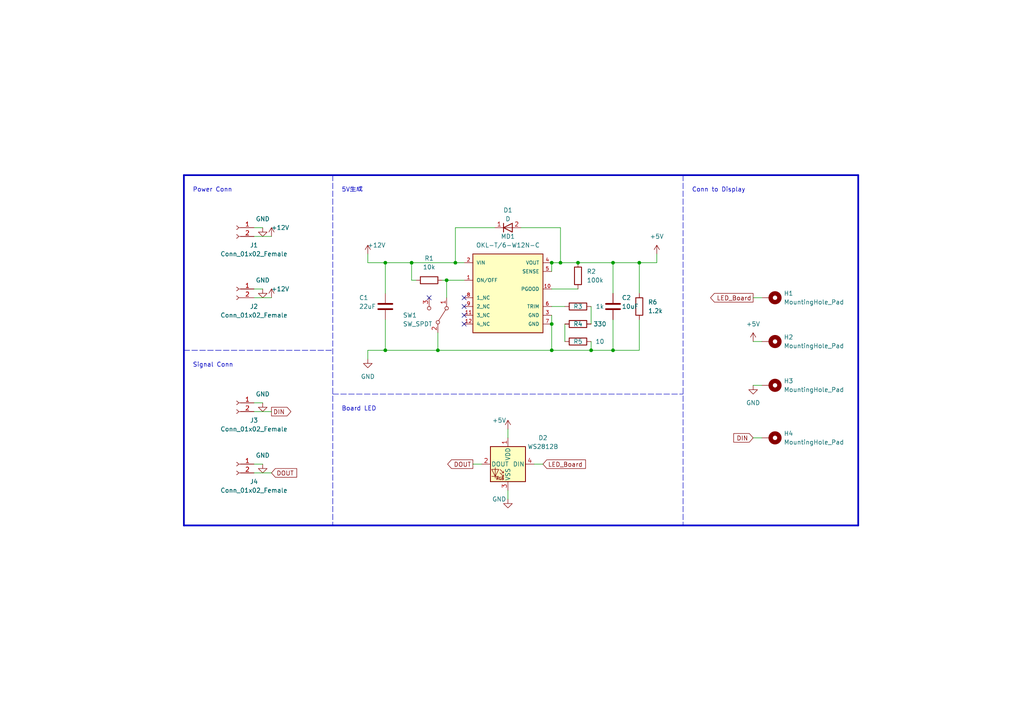
<source format=kicad_sch>
(kicad_sch (version 20211123) (generator eeschema)
  (paper "A4")
  (lib_symbols
    (symbol "Connector:Conn_01x02_Female" (pin_names (offset 1.016) hide)
      (property "Reference" "J" (at 0 2.54 0))
      (property "Value" "Conn_01x02_Female" (at 0 -5.08 0))
      (symbol "Conn_01x02_Female_1_1"
        (arc (start 0 -2.032) (mid -0.508 -2.54) (end 0 -3.048) (stroke (width 0.1524)))
        (polyline (pts (xy -1.27 -2.54) (xy -0.508 -2.54)) (stroke (width 0.1524)))
        (polyline (pts (xy -1.27 0) (xy -0.508 0)) (stroke (width 0.1524)))
        (arc (start 0 0.508) (mid -0.508 0) (end 0 -0.508) (stroke (width 0.1524)))
        (pin passive line (at -5.08 0 0) (length 3.81) (name "Pin_1") (number "1"))
        (pin passive line (at -5.08 -2.54 0) (length 3.81) (name "Pin_2") (number "2"))
      )
    )
    (symbol "DCDC_Regulator:OKL-T{slash}6-W12N-C" (pin_names (offset 1.016))
      (property "Reference" "MD" (at 2.54 -2.54 0))
      (property "Value" "OKL-T{slash}6-W12N-C" (at 0 0 0))
      (symbol "OKL-T{slash}6-W12N-C_0_0"
        (rectangle (start 2.54 -5.08) (end 22.86 -27.94) (stroke (width 0.254)) (fill (type background)))
        (pin bidirectional line (at 0 -12.7 0) (length 2.54) (name "ON/OFF") (number "1"))
        (pin open_collector line (at 25.4 -15.24 180) (length 2.54) (name "PGOOD") (number "10"))
        (pin passive line (at 0 -22.86 0) (length 2.54) (name "3_NC") (number "11"))
        (pin passive line (at 0 -25.4 0) (length 2.54) (name "4_NC") (number "12"))
        (pin bidirectional line (at 0 -7.62 0) (length 2.54) (name "VIN") (number "2"))
        (pin power_in line (at 25.4 -22.86 180) (length 2.54) (name "GND") (number "3"))
        (pin bidirectional line (at 25.4 -7.62 180) (length 2.54) (name "VOUT") (number "4"))
        (pin passive line (at 25.4 -10.16 180) (length 2.54) (name "SENSE") (number "5"))
        (pin passive line (at 25.4 -20.32 180) (length 2.54) (name "TRIM") (number "6"))
        (pin power_in line (at 25.4 -25.4 180) (length 2.54) (name "GND") (number "7"))
        (pin passive line (at 0 -17.78 0) (length 2.54) (name "1_NC") (number "8"))
        (pin passive line (at 0 -20.32 0) (length 2.54) (name "2_NC") (number "9"))
      )
    )
    (symbol "D_3" (pin_names (offset 1.016) hide)
      (property "Reference" "D" (at 0 2.54 0))
      (property "Value" "D_3" (at 0 -2.54 0))
      (symbol "D_3_0_1"
        (polyline (pts (xy -1.27 1.27) (xy -1.27 -1.27)) (stroke (width 0.254)))
        (polyline (pts (xy 1.27 0) (xy -1.27 0)))
        (polyline (pts (xy 1.27 1.27) (xy 1.27 -1.27) (xy -1.27 0) (xy 1.27 1.27)) (stroke (width 0.254)))
      )
      (symbol "D_3_1_1"
        (pin passive line (at -3.81 0 0) (length 2.54) (name "K") (number "1"))
        (pin passive line (at 3.81 0 180) (length 2.54) (name "A") (number "2"))
      )
    )
    (symbol "Device:C" (pin_numbers hide) (pin_names (offset 0.254))
      (property "Reference" "C" (at 0.635 2.54 0))
      (property "Value" "C" (at 0.635 -2.54 0))
      (symbol "C_0_1"
        (polyline (pts (xy -2.032 -0.762) (xy 2.032 -0.762)) (stroke (width 0.508)))
        (polyline (pts (xy -2.032 0.762) (xy 2.032 0.762)) (stroke (width 0.508)))
      )
      (symbol "C_1_1"
        (pin passive line (at 0 3.81 270) (length 2.794) (name "~") (number "1"))
        (pin passive line (at 0 -3.81 90) (length 2.794) (name "~") (number "2"))
      )
    )
    (symbol "Device:R" (pin_numbers hide) (pin_names (offset 0))
      (property "Reference" "R" (at 2.032 0 90))
      (property "Value" "R" (at 0 0 90))
      (symbol "R_0_1"
        (rectangle (start -1.016 -2.54) (end 1.016 2.54) (stroke (width 0.254)))
      )
      (symbol "R_1_1"
        (pin passive line (at 0 3.81 270) (length 1.27) (name "~") (number "1"))
        (pin passive line (at 0 -3.81 90) (length 1.27) (name "~") (number "2"))
      )
    )
    (symbol "LED:WS2812B" (pin_names (offset 0.254))
      (property "Reference" "D" (at 5.08 5.715 0))
      (property "Value" "WS2812B" (at 1.27 -5.715 0))
      (symbol "WS2812B_0_0"
        (text "RGB" (at 2.286 -4.191 0) (effects (font (size 0.762 0.762))))
      )
      (symbol "WS2812B_0_1"
        (polyline (pts (xy 1.27 -3.556) (xy 1.778 -3.556)))
        (polyline (pts (xy 1.27 -2.54) (xy 1.778 -2.54)))
        (polyline (pts (xy 4.699 -3.556) (xy 2.667 -3.556)))
        (polyline (pts (xy 2.286 -2.54) (xy 1.27 -3.556) (xy 1.27 -3.048)))
        (polyline (pts (xy 2.286 -1.524) (xy 1.27 -2.54) (xy 1.27 -2.032)))
        (polyline (pts (xy 3.683 -1.016) (xy 3.683 -3.556) (xy 3.683 -4.064)))
        (polyline (pts (xy 4.699 -1.524) (xy 2.667 -1.524) (xy 3.683 -3.556) (xy 4.699 -1.524)))
        (rectangle (start 5.08 5.08) (end -5.08 -5.08) (stroke (width 0.254)) (fill (type background)))
      )
      (symbol "WS2812B_1_1"
        (pin power_in line (at 0 7.62 270) (length 2.54) (name "VDD") (number "1"))
        (pin output line (at 7.62 0 180) (length 2.54) (name "DOUT") (number "2"))
        (pin power_in line (at 0 -7.62 90) (length 2.54) (name "VSS") (number "3"))
        (pin input line (at -7.62 0 0) (length 2.54) (name "DIN") (number "4"))
      )
    )
    (symbol "Mechanical:MountingHole_Pad" (pin_numbers hide) (pin_names (offset 1.016) hide)
      (property "Reference" "H" (at 0 6.35 0))
      (property "Value" "MountingHole_Pad" (at 0 4.445 0))
      (symbol "MountingHole_Pad_0_1"
        (circle (center 0 1.27) (radius 1.27) (stroke (width 1.27)))
      )
      (symbol "MountingHole_Pad_1_1"
        (pin input line (at 0 -2.54 90) (length 2.54) (name "1") (number "1"))
      )
    )
    (symbol "Switch:SW_SPDT" (pin_names (offset 0) hide)
      (property "Reference" "SW" (at 0 4.318 0))
      (property "Value" "SW_SPDT" (at 0 -5.08 0))
      (symbol "SW_SPDT_0_0"
        (circle (center -2.032 0) (radius 0.508))
        (circle (center 2.032 -2.54) (radius 0.508))
      )
      (symbol "SW_SPDT_0_1"
        (polyline (pts (xy -1.524 0.254) (xy 1.651 2.286)))
        (circle (center 2.032 2.54) (radius 0.508))
      )
      (symbol "SW_SPDT_1_1"
        (pin passive line (at 5.08 2.54 180) (length 2.54) (name "A") (number "1"))
        (pin passive line (at -5.08 0 0) (length 2.54) (name "B") (number "2"))
        (pin passive line (at 5.08 -2.54 180) (length 2.54) (name "C") (number "3"))
      )
    )
    (symbol "power:+12V" (power) (pin_names (offset 0))
      (property "Value" "+12V" (at 0 3.556 0))
      (symbol "+12V_0_1"
        (polyline (pts (xy -0.762 1.27) (xy 0 2.54)))
        (polyline (pts (xy 0 0) (xy 0 2.54)))
        (polyline (pts (xy 0 2.54) (xy 0.762 1.27)))
      )
      (symbol "+12V_1_1"
        (pin power_in line (at 0 0 90) (length 0) hide (name "+12V") (number "1"))
      )
    )
    (symbol "power:+5V" (power) (pin_names (offset 0))
      (property "Value" "+5V" (at 0 3.556 0))
      (symbol "+5V_0_1"
        (polyline (pts (xy -0.762 1.27) (xy 0 2.54)))
        (polyline (pts (xy 0 0) (xy 0 2.54)))
        (polyline (pts (xy 0 2.54) (xy 0.762 1.27)))
      )
      (symbol "+5V_1_1"
        (pin power_in line (at 0 0 90) (length 0) hide (name "+5V") (number "1"))
      )
    )
    (symbol "power:GND" (power) (pin_names (offset 0))
      (property "Value" "GND" (at 0 -3.81 0))
      (symbol "GND_0_1"
        (polyline (pts (xy 0 0) (xy 0 -1.27) (xy 1.27 -1.27) (xy 0 -2.54) (xy -1.27 -1.27) (xy 0 -1.27)))
      )
      (symbol "GND_1_1"
        (pin power_in line (at 0 0 270) (length 0) hide (name "GND") (number "1"))
      )
    )
  )
  (junction (at 127 101.6))
  (junction (at 185.42 76.2))
  (junction (at 132.08 76.2))
  (junction (at 160.02 101.6))
  (junction (at 160.02 93.98))
  (junction (at 111.76 76.2))
  (junction (at 119.38 76.2))
  (junction (at 160.02 76.2))
  (junction (at 111.76 101.6))
  (junction (at 177.8 76.2))
  (junction (at 129.54 81.28))
  (junction (at 167.64 76.2))
  (junction (at 177.8 101.6))
  (junction (at 171.45 101.6))
  (junction (at 162.56 76.2))
  (no_connect (at 134.62 88.9))
  (no_connect (at 134.62 86.36))
  (no_connect (at 124.46 86.36))
  (no_connect (at 134.62 93.98))
  (no_connect (at 134.62 91.44))
  (wire (pts (xy 111.76 76.2) (xy 111.76 85.09)))
  (wire (pts (xy 177.8 85.09) (xy 177.8 76.2)))
  (wire (pts (xy 160.02 101.6) (xy 171.45 101.6)))
  (wire (pts (xy 106.68 101.6) (xy 111.76 101.6)))
  (wire (pts (xy 160.02 76.2) (xy 162.56 76.2)))
  (wire (pts (xy 111.76 92.71) (xy 111.76 101.6)))
  (wire (pts (xy 160.02 83.82) (xy 167.64 83.82)))
  (wire (pts (xy 129.54 81.28) (xy 134.62 81.28)))
  (wire (pts (xy 162.56 66.04) (xy 151.13 66.04)))
  (wire (pts (xy 119.38 76.2) (xy 132.08 76.2)))
  (wire (pts (xy 154.94 134.62) (xy 157.48 134.62)))
  (wire (pts (xy 162.56 66.04) (xy 162.56 76.2)))
  (polyline (pts (xy 96.52 50.8) (xy 96.52 152.4)))
  (polyline (pts (xy 96.52 114.3) (xy 198.12 114.3)))
  (wire (pts (xy 185.42 76.2) (xy 185.42 85.09)))
  (wire (pts (xy 73.66 83.82) (xy 76.2 83.82)))
  (wire (pts (xy 132.08 66.04) (xy 132.08 76.2)))
  (wire (pts (xy 218.44 127) (xy 220.98 127)))
  (wire (pts (xy 128.27 81.28) (xy 129.54 81.28)))
  (wire (pts (xy 218.44 86.36) (xy 220.98 86.36)))
  (wire (pts (xy 120.65 81.28) (xy 119.38 81.28)))
  (wire (pts (xy 106.68 73.66) (xy 106.68 76.2)))
  (wire (pts (xy 171.45 88.9) (xy 171.45 93.98)))
  (wire (pts (xy 190.5 73.66) (xy 190.5 76.2)))
  (wire (pts (xy 147.32 142.24) (xy 147.32 144.78)))
  (polyline (pts (xy 53.34 152.4) (xy 248.92 152.4)) (stroke (width 0.5) (type solid)))
  (wire (pts (xy 218.44 111.76) (xy 220.98 111.76)))
  (wire (pts (xy 73.66 66.04) (xy 76.2 66.04)))
  (wire (pts (xy 132.08 76.2) (xy 134.62 76.2)))
  (polyline (pts (xy 53.34 50.8) (xy 53.34 152.4)) (stroke (width 0.5) (type solid)))
  (polyline (pts (xy 53.34 101.6) (xy 96.52 101.6)))
  (wire (pts (xy 106.68 101.6) (xy 106.68 104.14)))
  (wire (pts (xy 185.42 92.71) (xy 185.42 101.6)))
  (wire (pts (xy 73.66 137.16) (xy 78.74 137.16)))
  (wire (pts (xy 106.68 76.2) (xy 111.76 76.2)))
  (wire (pts (xy 111.76 101.6) (xy 127 101.6)))
  (wire (pts (xy 177.8 101.6) (xy 185.42 101.6)))
  (wire (pts (xy 147.32 124.46) (xy 147.32 127)))
  (wire (pts (xy 218.44 99.06) (xy 220.98 99.06)))
  (wire (pts (xy 177.8 92.71) (xy 177.8 101.6)))
  (wire (pts (xy 160.02 93.98) (xy 160.02 101.6)))
  (wire (pts (xy 185.42 76.2) (xy 190.5 76.2)))
  (polyline (pts (xy 198.12 50.8) (xy 198.12 152.4)))
  (wire (pts (xy 111.76 76.2) (xy 119.38 76.2)))
  (wire (pts (xy 127 101.6) (xy 160.02 101.6)))
  (polyline (pts (xy 248.92 152.4) (xy 248.92 50.8)) (stroke (width 0.5) (type solid)))
  (wire (pts (xy 73.66 116.84) (xy 76.2 116.84)))
  (wire (pts (xy 160.02 91.44) (xy 160.02 93.98)))
  (wire (pts (xy 160.02 76.2) (xy 160.02 78.74)))
  (wire (pts (xy 73.66 119.38) (xy 78.74 119.38)))
  (wire (pts (xy 119.38 81.28) (xy 119.38 76.2)))
  (wire (pts (xy 163.83 93.98) (xy 163.83 99.06)))
  (wire (pts (xy 167.64 76.2) (xy 177.8 76.2)))
  (wire (pts (xy 73.66 68.58) (xy 78.74 68.58)))
  (wire (pts (xy 73.66 134.62) (xy 76.2 134.62)))
  (wire (pts (xy 171.45 101.6) (xy 177.8 101.6)))
  (wire (pts (xy 129.54 81.28) (xy 129.54 86.36)))
  (polyline (pts (xy 53.34 50.8) (xy 248.92 50.8)) (stroke (width 0.5) (type solid)))
  (wire (pts (xy 177.8 76.2) (xy 185.42 76.2)))
  (wire (pts (xy 171.45 99.06) (xy 171.45 101.6)))
  (wire (pts (xy 73.66 86.36) (xy 78.74 86.36)))
  (wire (pts (xy 137.16 134.62) (xy 139.7 134.62)))
  (wire (pts (xy 127 96.52) (xy 127 101.6)))
  (wire (pts (xy 160.02 88.9) (xy 163.83 88.9)))
  (wire (pts (xy 143.51 66.04) (xy 132.08 66.04)))
  (wire (pts (xy 162.56 76.2) (xy 167.64 76.2)))
  (text "5V生成" (at 99.06 55.88 0) (effects (font (size 1.27 1.27)) (justify left bottom)))
  (text "Power Conn" (at 55.88 55.88 0) (effects (font (size 1.27 1.27)) (justify left bottom)))
  (text "Conn to Display" (at 200.66 55.88 0) (effects (font (size 1.27 1.27)) (justify left bottom)))
  (text "Board LED" (at 99.06 119.38 0) (effects (font (size 1.27 1.27)) (justify left bottom)))
  (text "Signal Conn" (at 55.88 106.68 0) (effects (font (size 1.27 1.27)) (justify left bottom)))
  (global_label "LED_Board" (shape output) (at 218.44 86.36 180) (property "Intersheet References" "${INTERSHEET_REFS}" (effects hide)))
  (global_label "DOUT" (shape input) (at 78.74 137.16 0) (property "Intersheet References" "${INTERSHEET_REFS}" (effects hide)))
  (global_label "DIN" (shape output) (at 78.74 119.38 0) (property "Intersheet References" "${INTERSHEET_REFS}" (effects hide)))
  (global_label "DIN" (shape input) (at 218.44 127 180) (property "Intersheet References" "${INTERSHEET_REFS}" (effects hide)))
  (global_label "LED_Board" (shape input) (at 157.48 134.62 0) (property "Intersheet References" "${INTERSHEET_REFS}" (effects hide)))
  (global_label "DOUT" (shape output) (at 137.16 134.62 180) (property "Intersheet References" "${INTERSHEET_REFS}" (effects hide)))
  (symbol (lib_id "Switch:SW_SPDT") (at 127 91.44 270) (mirror x) (unit 1)
    (property "Reference" "SW1" (at 116.84 91.44 90) (effects (justify left)))
    (property "Value" "SW_SPDT" (at 116.84 93.98 90) (effects (justify left)))
    (property "Footprint" "Tsuji-Switch:3P_SPDT_SlideSwitch" (effects hide))
  )
  (symbol (lib_id "power:GND") (at 76.2 66.04 0) (unit 1)
    (property "Reference" "#PWR01" (effects hide))
    (property "Value" "GND" (at 76.2 63.5 0))
  )
  (symbol (lib_id "Connector:Conn_01x02_Female") (at 68.58 83.82 0) (mirror y) (unit 1)
    (property "Reference" "J2" (at 73.66 88.9 0))
    (property "Value" "Conn_01x02_Female" (at 73.66 91.44 0))
    (property "Footprint" "Connector_AMASS:AMASS_XT30PW-M_1x02_P2.50mm_Horizontal" (effects hide))
  )
  (symbol (lib_id "Connector:Conn_01x02_Female") (at 68.58 134.62 0) (mirror y) (unit 1)
    (property "Reference" "J4" (at 73.66 139.7 0))
    (property "Value" "Conn_01x02_Female" (at 73.66 142.24 0))
    (property "Footprint" "Connector_Molex:Molex_SPOX_5268-02A_1x02_P2.50mm_Horizontal" (effects hide))
  )
  (symbol (lib_id "Device:C") (at 177.8 88.9 0) (unit 1)
    (property "Reference" "C2" (at 180.34 86.36 0) (effects (justify left)))
    (property "Value" "10uF" (at 180.34 88.9 0) (effects (justify left)))
    (property "Footprint" "Capacitor_SMD:C_0805_2012Metric_Pad1.18x1.45mm_HandSolder" (effects hide))
  )
  (symbol (lib_id "Mechanical:MountingHole_Pad") (at 223.52 111.76 270) (unit 1)
    (property "Reference" "H3" (at 227.33 110.4899 90) (effects (justify left)))
    (property "Value" "MountingHole_Pad" (at 227.33 113.0299 90) (effects (justify left)))
    (property "Footprint" "TestPoint:TestPoint_THTPad_D3.0mm_Drill1.5mm" (effects hide))
  )
  (symbol (lib_name "D_3") (lib_id "Device:D") (at 147.32 66.04 0) (unit 1)
    (property "Reference" "D1" (at 147.32 60.96 0))
    (property "Value" "D" (at 147.32 63.5 0))
    (property "Footprint" "Diode_SMD:D_SOD-123" (effects hide))
  )
  (symbol (lib_id "power:GND") (at 147.32 144.78 0) (unit 1)
    (property "Reference" "#PWR010" (effects hide))
    (property "Value" "GND" (at 144.78 144.78 0))
  )
  (symbol (lib_id "power:+12V") (at 106.68 73.66 0) (unit 1)
    (property "Reference" "#PWR07" (effects hide))
    (property "Value" "+12V" (at 109.22 71.12 0))
  )
  (symbol (lib_id "power:+5V") (at 147.32 124.46 0) (unit 1)
    (property "Reference" "#PWR09" (effects hide))
    (property "Value" "+5V" (at 144.78 121.92 0))
  )
  (symbol (lib_id "Device:R") (at 167.64 80.01 180) (unit 1)
    (property "Reference" "R2" (at 170.18 78.7399 0) (effects (justify right)))
    (property "Value" "100k" (at 170.18 81.2799 0) (effects (justify right)))
    (property "Footprint" "Resistor_SMD:R_0603_1608Metric_Pad0.98x0.95mm_HandSolder" (effects hide))
  )
  (symbol (lib_id "Mechanical:MountingHole_Pad") (at 223.52 127 270) (unit 1)
    (property "Reference" "H4" (at 227.33 125.7299 90) (effects (justify left)))
    (property "Value" "MountingHole_Pad" (at 227.33 128.2699 90) (effects (justify left)))
    (property "Footprint" "TestPoint:TestPoint_THTPad_D3.0mm_Drill1.5mm" (effects hide))
  )
  (symbol (lib_id "power:GND") (at 106.68 104.14 0) (unit 1)
    (property "Reference" "#PWR08" (effects hide))
    (property "Value" "GND" (at 106.68 109.22 0))
  )
  (symbol (lib_id "power:GND") (at 76.2 134.62 0) (unit 1)
    (property "Reference" "#PWR04" (effects hide))
    (property "Value" "GND" (at 76.2 132.08 0))
  )
  (symbol (lib_id "power:+5V") (at 190.5 73.66 0) (unit 1)
    (property "Reference" "#PWR011" (effects hide))
    (property "Value" "+5V" (at 190.5 68.58 0))
  )
  (symbol (lib_id "Connector:Conn_01x02_Female") (at 68.58 116.84 0) (mirror y) (unit 1)
    (property "Reference" "J3" (at 73.66 121.92 0))
    (property "Value" "Conn_01x02_Female" (at 73.66 124.46 0))
    (property "Footprint" "Connector_Molex:Molex_SPOX_5268-02A_1x02_P2.50mm_Horizontal" (effects hide))
  )
  (symbol (lib_id "Mechanical:MountingHole_Pad") (at 223.52 99.06 270) (unit 1)
    (property "Reference" "H2" (at 227.33 97.7899 90) (effects (justify left)))
    (property "Value" "MountingHole_Pad" (at 227.33 100.3299 90) (effects (justify left)))
    (property "Footprint" "TestPoint:TestPoint_THTPad_D3.0mm_Drill1.5mm" (effects hide))
  )
  (symbol (lib_id "Device:R") (at 167.64 88.9 90) (unit 1)
    (property "Reference" "R3" (at 167.64 88.9 90))
    (property "Value" "1k" (at 173.99 88.9 90))
    (property "Footprint" "Resistor_SMD:R_0603_1608Metric_Pad0.98x0.95mm_HandSolder" (effects hide))
  )
  (symbol (lib_id "Device:R") (at 124.46 81.28 90) (unit 1)
    (property "Reference" "R1" (at 124.46 74.93 90))
    (property "Value" "10k" (at 124.46 77.47 90))
    (property "Footprint" "Resistor_SMD:R_0603_1608Metric_Pad0.98x0.95mm_HandSolder" (effects hide))
  )
  (symbol (lib_id "power:GND") (at 218.44 111.76 0) (unit 1)
    (property "Reference" "#PWR013" (effects hide))
    (property "Value" "GND" (at 218.44 116.84 0))
  )
  (symbol (lib_id "power:+12V") (at 78.74 68.58 0) (unit 1)
    (property "Reference" "#PWR05" (effects hide))
    (property "Value" "+12V" (at 81.28 66.04 0))
  )
  (symbol (lib_id "Device:R") (at 185.42 88.9 180) (unit 1)
    (property "Reference" "R6" (at 187.96 87.6299 0) (effects (justify right)))
    (property "Value" "1.2k" (at 187.96 90.1699 0) (effects (justify right)))
    (property "Footprint" "Resistor_SMD:R_0603_1608Metric_Pad0.98x0.95mm_HandSolder" (effects hide))
  )
  (symbol (lib_id "DCDC_Regulator:OKL-T{slash}6-W12N-C") (at 134.62 68.58 0) (unit 1)
    (property "Reference" "MD1" (at 147.32 68.58 0))
    (property "Value" "OKL-T/6-W12N-C" (at 147.32 71.12 0))
    (property "Footprint" "Tsuji-DCDC:MURATA_OKL-T-6-W12N-C" (effects hide))
    (property "DEVICE_CLASS_L1" "Integrated Circuits (ICs)" (effects hide))
    (property "DATASHEET" "https://www.murata.com/en-us/products/productdetail.aspx?partno=OKL-T/6-W12N-C" (effects hide))
    (property "DEVICE_CLASS_L3" "Voltage Regulators - Switching" (effects hide))
    (property "DEVICE_CLASS_L2" "Power Management ICs" (effects hide))
    (property "MF" "Murata" (effects hide))
    (property "ROHS" "Yes" (effects hide))
    (property "OUTPUT_TYPE" "AdjustableProgrammable" (effects hide))
    (property "AUTOMOTIVE" "No" (effects hide))
    (property "SWITCHING_TOPOLOGY" "Buck" (effects hide))
    (property "NUMBER_OF_OUTPUTS" "1" (effects hide))
    (property "OUTPUT_VOLTAGE" "0.591-5.5V" (effects hide))
    (property "CENTROID_NOT_SPECIFIED" "No" (effects hide))
    (property "FOOTPRINT_VARIANT_NAME_0" "Recommended_Land_Pattern" (effects hide))
    (property "MOUSER_PART_NUMBER" "580-OKL-T/6-W12N-C" (effects hide))
    (property "VERIFICATION_VERSION" "0.0.0.3" (effects hide))
    (property "MIN_SUPPLY_VOLTAGE" "4.5V" (effects hide))
    (property "MFG_PACKAGE_IDENT_DATE" "0" (effects hide))
    (property "MOUSER_DESCRIPTION" "Non-Isolated DC/DC Converters 12Vin .59-5.5Vout 6A 30W Neg Polarity" (effects hide))
    (property "TEMPERATURE_RANGE_LOW" "-40°C" (effects hide))
    (property "PREFIX" "MD" (effects hide))
    (property "DIGIKEY_PART_NUMBER" "811-2214-1-ND" (effects hide))
    (property "DIGIKEY_DESCRIPTION" "DC DC CONVERTER 0.591-5.5V 30W" (effects hide))
    (property "MAX_SUPPLY_VOLTAGE" "14V" (effects hide))
    (property "SWITCHING_FREQUENCY" "600kHz" (effects hide))
    (property "PACKAGE" "iLGA12" (effects hide))
    (property "NOMINAL_SUPPLY_CURRENT" "20mA" (effects hide))
    (property "MFG_PACKAGE_IDENT" "OKL-T/6-W12" (effects hide))
    (property "HEIGHT" "7.2mm" (effects hide))
    (property "LEAD_FREE" "Yes" (effects hide))
    (property "MFG_PACKAGE_IDENT_COMPONENT_ID" "4873da16363307f0" (effects hide))
    (property "MFG_PACKAGE_IDENT_REV" "0" (effects hide))
    (property "MPN" "OKL-T/6-W12N-C" (effects hide))
    (property "OUTPUT_CURRENT" "6A" (effects hide))
    (property "TEMPERATURE_RANGE_HIGH" "+85°C" (effects hide))
  )
  (symbol (lib_id "Device:R") (at 167.64 93.98 90) (unit 1)
    (property "Reference" "R4" (at 167.64 93.98 90))
    (property "Value" "330" (at 173.99 93.98 90))
    (property "Footprint" "Resistor_SMD:R_0603_1608Metric_Pad0.98x0.95mm_HandSolder" (effects hide))
  )
  (symbol (lib_id "power:GND") (at 76.2 83.82 0) (unit 1)
    (property "Reference" "#PWR02" (effects hide))
    (property "Value" "GND" (at 76.2 81.28 0))
  )
  (symbol (lib_id "power:+5V") (at 218.44 99.06 0) (unit 1)
    (property "Reference" "#PWR012" (effects hide))
    (property "Value" "+5V" (at 218.44 93.98 0))
  )
  (symbol (lib_id "Mechanical:MountingHole_Pad") (at 223.52 86.36 270) (unit 1)
    (property "Reference" "H1" (at 227.33 85.0899 90) (effects (justify left)))
    (property "Value" "MountingHole_Pad" (at 227.33 87.6299 90) (effects (justify left)))
    (property "Footprint" "TestPoint:TestPoint_THTPad_D3.0mm_Drill1.5mm" (effects hide))
  )
  (symbol (lib_id "LED:WS2812B") (at 147.32 134.62 0) (mirror y) (unit 1)
    (property "Reference" "D2" (at 157.48 127 0))
    (property "Value" "WS2812B" (at 157.48 129.54 0))
    (property "Footprint" "LED_SMD:LED_WS2812B_PLCC4_5.0x5.0mm_P3.2mm" (effects hide))
    (property "Datasheet" "https://cdn-shop.adafruit.com/datasheets/WS2812B.pdf" (effects hide))
  )
  (symbol (lib_id "Device:C") (at 111.76 88.9 0) (unit 1)
    (property "Reference" "C1" (at 104.14 86.36 0) (effects (justify left)))
    (property "Value" "22uF" (at 104.14 88.9 0) (effects (justify left)))
    (property "Footprint" "Capacitor_SMD:C_1210_3225Metric_Pad1.33x2.70mm_HandSolder" (effects hide))
  )
  (symbol (lib_id "power:+12V") (at 78.74 86.36 0) (unit 1)
    (property "Reference" "#PWR06" (effects hide))
    (property "Value" "+12V" (at 81.28 83.82 0))
  )
  (symbol (lib_id "Device:R") (at 167.64 99.06 90) (unit 1)
    (property "Reference" "R5" (at 167.64 99.06 90))
    (property "Value" "10" (at 173.99 99.06 90))
    (property "Footprint" "Resistor_SMD:R_0603_1608Metric_Pad0.98x0.95mm_HandSolder" (effects hide))
  )
  (symbol (lib_id "power:GND") (at 76.2 116.84 0) (unit 1)
    (property "Reference" "#PWR03" (effects hide))
    (property "Value" "GND" (at 76.2 114.3 0))
  )
  (symbol (lib_id "Connector:Conn_01x02_Female") (at 68.58 66.04 0) (mirror y) (unit 1)
    (property "Reference" "J1" (at 73.66 71.12 0))
    (property "Value" "Conn_01x02_Female" (at 73.66 73.66 0))
    (property "Footprint" "Connector_AMASS:AMASS_XT30PW-M_1x02_P2.50mm_Horizontal" (effects hide))
  )
)
</source>
